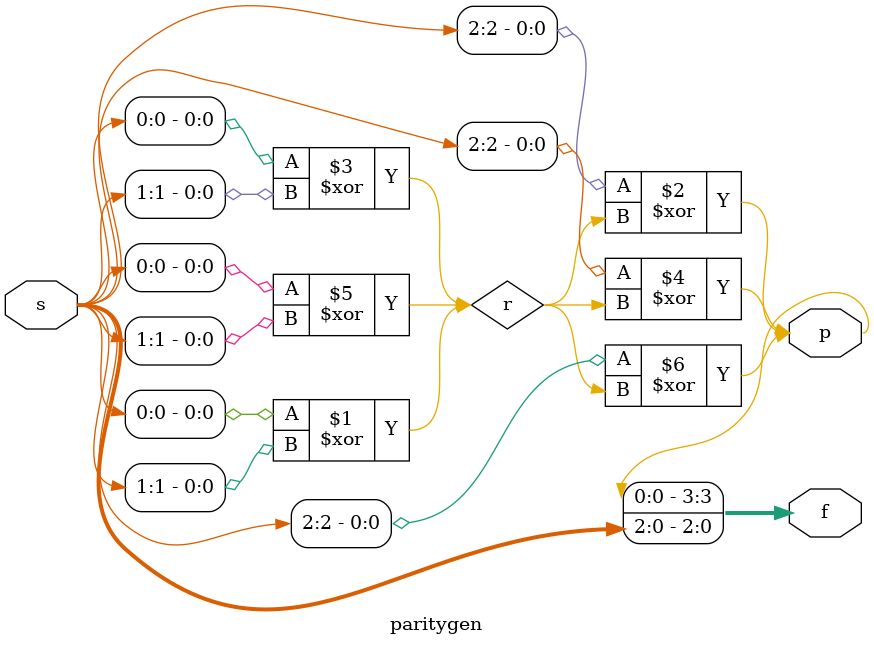
<source format=v>
module paritygen(input [2:0]s,output p,output [3:0]f);
genvar i;
wire r;
assign f[2:0]=s[2:0];
assign f[3]=p;
generate
for(i=0;i<3;i=i+1) begin
	assign r=s[0]^s[1];
	assign p=s[2]^r;
end
endgenerate
endmodule

</source>
